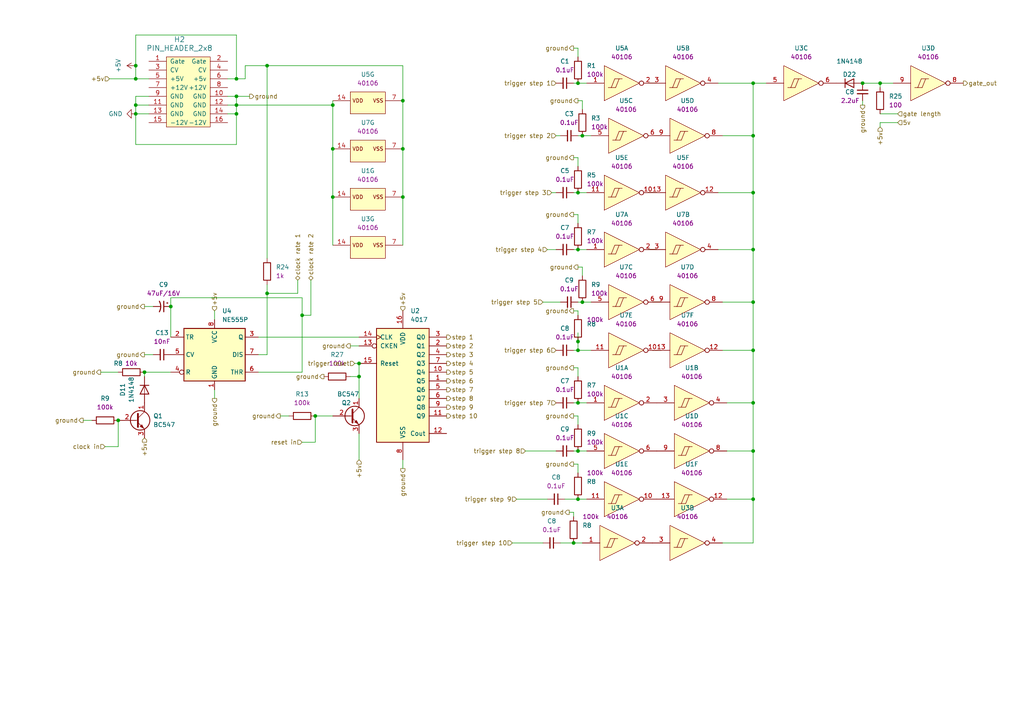
<source format=kicad_sch>
(kicad_sch (version 20230121) (generator eeschema)
  (paper "A4")
  (junction (at 116.84 57.15))
  (junction (at 255.27 24.13))
  (junction (at 39.37 30.48))
  (junction (at 167.64 99.06))
  (junction (at 68.58 30.48))
  (junction (at 250.19 24.13))
  (junction (at 167.64 144.78))
  (junction (at 116.84 29.21))
  (junction (at 168.91 39.37))
  (junction (at 41.91 107.95))
  (junction (at 167.64 72.39))
  (junction (at 96.52 43.18))
  (junction (at 168.91 87.63))
  (junction (at 167.64 24.13))
  (junction (at 167.64 101.6))
  (junction (at 34.29 121.92))
  (junction (at 96.52 30.48))
  (junction (at 91.44 120.65))
  (junction (at 167.64 130.81))
  (junction (at 218.44 72.39))
  (junction (at 218.44 55.88))
  (junction (at 68.58 33.02))
  (junction (at 87.63 91.44))
  (junction (at 167.64 116.84))
  (junction (at 49.53 88.9))
  (junction (at 68.58 22.86))
  (junction (at 104.14 105.41))
  (junction (at 218.44 144.78))
  (junction (at 77.47 19.05))
  (junction (at 167.64 55.88))
  (junction (at 104.14 109.22))
  (junction (at 39.37 33.02))
  (junction (at 218.44 24.13))
  (junction (at 96.52 57.15))
  (junction (at 166.37 157.48))
  (junction (at 39.37 22.86))
  (junction (at 218.44 101.6))
  (junction (at 39.37 19.05))
  (junction (at 68.58 27.94))
  (junction (at 218.44 130.81))
  (junction (at 218.44 116.84))
  (junction (at 77.47 85.09))
  (junction (at 218.44 87.63))
  (junction (at 116.84 43.18))
  (junction (at 218.44 39.37))
  (wire (pts (xy 170.18 24.13) (xy 167.64 24.13)))
  (wire (pts (xy 190.5 55.88) (xy 187.96 55.88)))
  (wire (pts (xy 191.77 39.37) (xy 189.23 39.37)))
  (wire (pts (xy 149.86 144.78) (xy 158.75 144.78)))
  (wire (pts (xy 167.64 106.68) (xy 167.64 109.22)))
  (wire (pts (xy 167.64 77.47) (xy 168.91 77.47)))
  (wire (pts (xy 41.91 102.87) (xy 44.45 102.87)))
  (wire (pts (xy 116.84 29.21) (xy 116.84 43.18)))
  (wire (pts (xy 41.91 109.22) (xy 41.91 107.95)))
  (wire (pts (xy 43.18 22.86) (xy 39.37 22.86)))
  (wire (pts (xy 77.47 82.55) (xy 77.47 85.09)))
  (wire (pts (xy 74.93 97.79) (xy 104.14 97.79)))
  (wire (pts (xy 104.14 125.73) (xy 104.14 133.35)))
  (wire (pts (xy 209.55 157.48) (xy 218.44 157.48)))
  (wire (pts (xy 49.53 86.36) (xy 49.53 88.9)))
  (wire (pts (xy 167.64 130.81) (xy 170.18 130.81)))
  (wire (pts (xy 96.52 57.15) (xy 96.52 71.12)))
  (wire (pts (xy 87.63 107.95) (xy 74.93 107.95)))
  (wire (pts (xy 104.14 115.57) (xy 104.14 109.22)))
  (wire (pts (xy 255.27 35.56) (xy 255.27 36.83)))
  (wire (pts (xy 116.84 133.35) (xy 116.84 135.89)))
  (wire (pts (xy 86.36 81.28) (xy 86.36 85.09)))
  (wire (pts (xy 218.44 130.81) (xy 218.44 144.78)))
  (wire (pts (xy 218.44 39.37) (xy 218.44 55.88)))
  (wire (pts (xy 168.91 77.47) (xy 168.91 80.01)))
  (wire (pts (xy 91.44 128.27) (xy 91.44 120.65)))
  (wire (pts (xy 209.55 87.63) (xy 218.44 87.63)))
  (wire (pts (xy 104.14 109.22) (xy 104.14 105.41)))
  (wire (pts (xy 255.27 24.13) (xy 259.08 24.13)))
  (wire (pts (xy 260.35 33.02) (xy 255.27 33.02)))
  (wire (pts (xy 166.37 55.88) (xy 167.64 55.88)))
  (wire (pts (xy 68.58 10.16) (xy 68.58 22.86)))
  (wire (pts (xy 166.37 101.6) (xy 167.64 101.6)))
  (wire (pts (xy 167.64 39.37) (xy 168.91 39.37)))
  (wire (pts (xy 171.45 87.63) (xy 168.91 87.63)))
  (wire (pts (xy 39.37 41.91) (xy 39.37 33.02)))
  (wire (pts (xy 39.37 30.48) (xy 39.37 27.94)))
  (wire (pts (xy 166.37 72.39) (xy 167.64 72.39)))
  (wire (pts (xy 209.55 39.37) (xy 218.44 39.37)))
  (wire (pts (xy 167.64 101.6) (xy 171.45 101.6)))
  (wire (pts (xy 166.37 45.72) (xy 167.64 45.72)))
  (wire (pts (xy 167.64 29.21) (xy 168.91 29.21)))
  (wire (pts (xy 255.27 25.4) (xy 255.27 24.13)))
  (wire (pts (xy 168.91 157.48) (xy 166.37 157.48)))
  (wire (pts (xy 218.44 144.78) (xy 218.44 157.48)))
  (wire (pts (xy 68.58 22.86) (xy 66.04 22.86)))
  (wire (pts (xy 90.17 91.44) (xy 87.63 91.44)))
  (wire (pts (xy 166.37 134.62) (xy 167.64 134.62)))
  (wire (pts (xy 116.84 43.18) (xy 116.84 57.15)))
  (wire (pts (xy 87.63 128.27) (xy 91.44 128.27)))
  (wire (pts (xy 166.37 106.68) (xy 167.64 106.68)))
  (wire (pts (xy 208.28 55.88) (xy 218.44 55.88)))
  (wire (pts (xy 170.18 116.84) (xy 167.64 116.84)))
  (wire (pts (xy 167.64 45.72) (xy 167.64 48.26)))
  (wire (pts (xy 49.53 86.36) (xy 87.63 86.36)))
  (wire (pts (xy 190.5 72.39) (xy 187.96 72.39)))
  (wire (pts (xy 162.56 157.48) (xy 166.37 157.48)))
  (wire (pts (xy 102.87 105.41) (xy 104.14 105.41)))
  (wire (pts (xy 209.55 101.6) (xy 218.44 101.6)))
  (wire (pts (xy 41.91 107.95) (xy 49.53 107.95)))
  (wire (pts (xy 210.82 116.84) (xy 218.44 116.84)))
  (wire (pts (xy 77.47 102.87) (xy 74.93 102.87)))
  (wire (pts (xy 218.44 87.63) (xy 218.44 101.6)))
  (wire (pts (xy 39.37 33.02) (xy 39.37 30.48)))
  (wire (pts (xy 34.29 129.54) (xy 34.29 121.92)))
  (wire (pts (xy 77.47 19.05) (xy 77.47 74.93)))
  (wire (pts (xy 62.23 113.03) (xy 62.23 115.57)))
  (wire (pts (xy 166.37 13.97) (xy 167.64 13.97)))
  (wire (pts (xy 190.5 24.13) (xy 187.96 24.13)))
  (wire (pts (xy 166.37 24.13) (xy 167.64 24.13)))
  (wire (pts (xy 191.77 101.6) (xy 189.23 101.6)))
  (wire (pts (xy 161.29 39.37) (xy 162.56 39.37)))
  (wire (pts (xy 71.12 19.05) (xy 71.12 22.86)))
  (wire (pts (xy 39.37 27.94) (xy 43.18 27.94)))
  (wire (pts (xy 68.58 33.02) (xy 68.58 41.91)))
  (wire (pts (xy 24.13 121.92) (xy 26.67 121.92)))
  (wire (pts (xy 49.53 97.79) (xy 49.53 88.9)))
  (wire (pts (xy 87.63 86.36) (xy 87.63 91.44)))
  (wire (pts (xy 86.36 85.09) (xy 77.47 85.09)))
  (wire (pts (xy 167.64 13.97) (xy 167.64 16.51)))
  (wire (pts (xy 218.44 72.39) (xy 218.44 87.63)))
  (wire (pts (xy 218.44 24.13) (xy 218.44 39.37)))
  (wire (pts (xy 161.29 55.88) (xy 160.02 55.88)))
  (wire (pts (xy 163.83 144.78) (xy 167.64 144.78)))
  (wire (pts (xy 157.48 87.63) (xy 162.56 87.63)))
  (wire (pts (xy 77.47 19.05) (xy 116.84 19.05)))
  (wire (pts (xy 166.37 130.81) (xy 167.64 130.81)))
  (wire (pts (xy 167.64 90.17) (xy 167.64 91.44)))
  (wire (pts (xy 208.28 72.39) (xy 218.44 72.39)))
  (wire (pts (xy 68.58 30.48) (xy 68.58 33.02)))
  (wire (pts (xy 66.04 33.02) (xy 68.58 33.02)))
  (wire (pts (xy 167.64 62.23) (xy 167.64 64.77)))
  (wire (pts (xy 168.91 29.21) (xy 168.91 31.75)))
  (wire (pts (xy 96.52 120.65) (xy 91.44 120.65)))
  (wire (pts (xy 116.84 57.15) (xy 116.84 71.12)))
  (wire (pts (xy 68.58 41.91) (xy 39.37 41.91)))
  (wire (pts (xy 167.64 87.63) (xy 168.91 87.63)))
  (wire (pts (xy 167.64 134.62) (xy 167.64 137.16)))
  (wire (pts (xy 170.18 55.88) (xy 167.64 55.88)))
  (wire (pts (xy 152.4 130.81) (xy 161.29 130.81)))
  (wire (pts (xy 210.82 130.81) (xy 218.44 130.81)))
  (wire (pts (xy 116.84 19.05) (xy 116.84 29.21)))
  (wire (pts (xy 165.1 148.59) (xy 166.37 148.59)))
  (wire (pts (xy 30.48 129.54) (xy 34.29 129.54)))
  (wire (pts (xy 68.58 27.94) (xy 72.39 27.94)))
  (wire (pts (xy 218.44 55.88) (xy 218.44 72.39)))
  (wire (pts (xy 77.47 85.09) (xy 77.47 102.87)))
  (wire (pts (xy 250.19 30.48) (xy 250.19 29.21)))
  (wire (pts (xy 191.77 87.63) (xy 189.23 87.63)))
  (wire (pts (xy 71.12 22.86) (xy 68.58 22.86)))
  (wire (pts (xy 218.44 101.6) (xy 218.44 116.84)))
  (wire (pts (xy 96.52 30.48) (xy 96.52 43.18)))
  (wire (pts (xy 260.35 35.56) (xy 255.27 35.56)))
  (wire (pts (xy 166.37 120.65) (xy 167.64 120.65)))
  (wire (pts (xy 210.82 144.78) (xy 218.44 144.78)))
  (wire (pts (xy 158.75 72.39) (xy 161.29 72.39)))
  (wire (pts (xy 31.75 22.86) (xy 39.37 22.86)))
  (wire (pts (xy 41.91 88.9) (xy 44.45 88.9)))
  (wire (pts (xy 166.37 62.23) (xy 167.64 62.23)))
  (wire (pts (xy 101.6 100.33) (xy 104.14 100.33)))
  (wire (pts (xy 170.18 144.78) (xy 167.64 144.78)))
  (wire (pts (xy 96.52 29.21) (xy 96.52 30.48)))
  (wire (pts (xy 87.63 91.44) (xy 87.63 107.95)))
  (wire (pts (xy 167.64 99.06) (xy 167.64 101.6)))
  (wire (pts (xy 218.44 116.84) (xy 218.44 130.81)))
  (wire (pts (xy 148.59 157.48) (xy 157.48 157.48)))
  (wire (pts (xy 255.27 24.13) (xy 250.19 24.13)))
  (wire (pts (xy 68.58 30.48) (xy 96.52 30.48)))
  (wire (pts (xy 208.28 24.13) (xy 218.44 24.13)))
  (wire (pts (xy 90.17 81.28) (xy 90.17 91.44)))
  (wire (pts (xy 170.18 72.39) (xy 167.64 72.39)))
  (wire (pts (xy 39.37 19.05) (xy 39.37 10.16)))
  (wire (pts (xy 62.23 90.17) (xy 62.23 92.71)))
  (wire (pts (xy 167.64 120.65) (xy 167.64 123.19)))
  (wire (pts (xy 68.58 27.94) (xy 68.58 30.48)))
  (wire (pts (xy 39.37 22.86) (xy 39.37 19.05)))
  (wire (pts (xy 71.12 19.05) (xy 77.47 19.05)))
  (wire (pts (xy 166.37 116.84) (xy 167.64 116.84)))
  (wire (pts (xy 39.37 33.02) (xy 43.18 33.02)))
  (wire (pts (xy 81.28 120.65) (xy 83.82 120.65)))
  (wire (pts (xy 66.04 27.94) (xy 68.58 27.94)))
  (wire (pts (xy 96.52 43.18) (xy 96.52 57.15)))
  (wire (pts (xy 39.37 30.48) (xy 43.18 30.48)))
  (wire (pts (xy 166.37 148.59) (xy 166.37 149.86)))
  (wire (pts (xy 222.25 24.13) (xy 218.44 24.13)))
  (wire (pts (xy 29.21 107.95) (xy 34.29 107.95)))
  (wire (pts (xy 101.6 109.22) (xy 104.14 109.22)))
  (wire (pts (xy 66.04 30.48) (xy 68.58 30.48)))
  (wire (pts (xy 166.37 90.17) (xy 167.64 90.17)))
  (wire (pts (xy 171.45 39.37) (xy 168.91 39.37)))
  (wire (pts (xy 167.64 96.52) (xy 167.64 99.06)))
  (wire (pts (xy 39.37 10.16) (xy 68.58 10.16)))
  (hierarchical_label "ground" (shape output) (at 24.13 121.92 180))
  (hierarchical_label "ground" (shape output) (at 166.37 13.97 180))
  (hierarchical_label "ground" (shape output) (at 101.6 100.33 180))
  (hierarchical_label "clock rate 1" (shape bidirectional) (at 86.36 81.28 90))
  (hierarchical_label "ground" (shape output) (at 166.37 90.17 180))
  (hierarchical_label "reset in" (shape input) (at 87.63 128.27 180))
  (hierarchical_label "+5v" (shape input) (at 255.27 36.83 270))
  (hierarchical_label "trigger step 9" (shape input) (at 149.86 144.78 180))
  (hierarchical_label "+5v" (shape input) (at 41.91 127 270))
  (hierarchical_label "ground" (shape output) (at 29.21 107.95 180))
  (hierarchical_label "5v" (shape input) (at 260.35 35.56 0))
  (hierarchical_label "ground" (shape output) (at 81.28 120.65 180))
  (hierarchical_label "ground" (shape output) (at 41.91 102.87 180))
  (hierarchical_label "trigger step 6" (shape input) (at 161.29 101.6 180))
  (hierarchical_label "trigger step 10" (shape input) (at 148.59 157.48 180))
  (hierarchical_label "+5v" (shape input) (at 104.14 133.35 270))
  (hierarchical_label "trigger step 3" (shape input) (at 160.02 55.88 180))
  (hierarchical_label "+5v" (shape input) (at 116.84 90.17 90))
  (hierarchical_label "trigger step 4" (shape input) (at 158.75 72.39 180))
  (hierarchical_label "trigger step 7" (shape input) (at 161.29 116.84 180))
  (hierarchical_label "step 4" (shape output) (at 129.54 105.41 0))
  (hierarchical_label "step 8" (shape output) (at 129.54 115.57 0))
  (hierarchical_label "step 2" (shape output) (at 129.54 100.33 0))
  (hierarchical_label "ground" (shape output) (at 250.19 30.48 270))
  (hierarchical_label "step 7" (shape output) (at 129.54 113.03 0))
  (hierarchical_label "+5v" (shape input) (at 31.75 22.86 180))
  (hierarchical_label "trigger step 8" (shape input) (at 152.4 130.81 180))
  (hierarchical_label "ground" (shape output) (at 166.37 62.23 180))
  (hierarchical_label "ground" (shape output) (at 116.84 135.89 270))
  (hierarchical_label "ground" (shape output) (at 165.1 148.59 180))
  (hierarchical_label "step 3" (shape output) (at 129.54 102.87 0))
  (hierarchical_label "gate_out" (shape output) (at 279.4 24.13 0))
  (hierarchical_label "trigger step 5" (shape input) (at 157.48 87.63 180))
  (hierarchical_label "clock in" (shape input) (at 30.48 129.54 180))
  (hierarchical_label "trigger step 1" (shape input) (at 161.29 24.13 180))
  (hierarchical_label "trigger step 2" (shape input) (at 161.29 39.37 180))
  (hierarchical_label "step 5" (shape output) (at 129.54 107.95 0))
  (hierarchical_label "trigger reset" (shape input) (at 102.87 105.41 180))
  (hierarchical_label "ground" (shape output) (at 166.37 120.65 180))
  (hierarchical_label "gate length" (shape input) (at 260.35 33.02 0))
  (hierarchical_label "ground" (shape output) (at 167.64 29.21 180))
  (hierarchical_label "ground" (shape output) (at 41.91 88.9 180))
  (hierarchical_label "ground" (shape output) (at 93.98 109.22 180))
  (hierarchical_label "ground" (shape output) (at 72.39 27.94 0))
  (hierarchical_label "step 1" (shape output) (at 129.54 97.79 0))
  (hierarchical_label "+5v" (shape input) (at 62.23 90.17 90))
  (hierarchical_label "clock rate 2" (shape bidirectional) (at 90.17 81.28 90))
  (hierarchical_label "ground" (shape output) (at 167.64 77.47 180))
  (hierarchical_label "ground" (shape output) (at 166.37 45.72 180))
  (hierarchical_label "ground" (shape output) (at 62.23 115.57 270))
  (hierarchical_label "step 9" (shape output) (at 129.54 118.11 0))
  (hierarchical_label "step 10" (shape output) (at 129.54 120.65 0))
  (hierarchical_label "ground" (shape output) (at 166.37 134.62 180))
  (hierarchical_label "ground" (shape output) (at 166.37 106.68 180))
  (hierarchical_label "step 6" (shape output) (at 129.54 110.49 0))
  (symbol (lib_id "PCM_4ms_IC:CD40106BPWR") (at 180.34 130.81 0) (unit 3)
    (property "Reference" "U1" (at 180.34 120.65 0))
    (property "Value" "CD40106BPWR" (effects hide))
    (property "Footprint" "Package_DIP:DIP-14_W7.62mm_LongPads" (effects hide))
    (property "Datasheet" "https://www.ti.com/lit/ds/symlink/cd40106b.pdf?HQS=dis-mous-null-mousermode-dsf-pf-null-wwe&ts=1624570529286&ref_url=https%253A%252F%252Fwww.mouser.com%252F" (effects hide))
    (property "Specifications" "CMOS, Hex Inverting Schmitt Trigger, TSSOP-14" (effects hide))
    (property "Manufacturer" "Texas Instruments" (effects hide))
    (property "Part Number" "CD40106BPWR" (effects hide))
    (property "Manufacturer 2" "Texas Instruments" (effects hide))
    (property "Part Number 2" "CD40106BPWR" (effects hide))
    (property "Display" "40106" (at 180.34 123.19 0))
    (property "JLCPCB ID" "C58834" (effects hide))
  )
  (symbol (lib_id "PCM_4ms_Capacitor:0.1uF_0603_16V") (at 163.83 24.13 270) (unit 1)
    (property "Reference" "C1" (at 163.83 17.78 90))
    (property "Value" "0.1uF_0603_16V" (effects hide))
    (property "Footprint" "Capacitor_THT:C_Disc_D3.8mm_W2.6mm_P2.50mm" (effects hide))
    (property "Specifications" "0.1uF, Min. 16V 10%, X7R or X5R or similar" (effects hide))
    (property "Manufacturer" "AVX Corporation" (effects hide))
    (property "Part Number" "0603YC104KAT2A" (effects hide))
    (property "Display" "0.1uF" (at 163.83 20.32 90))
    (property "JLCPCB ID" "C14663" (effects hide))
    (instances (project "deca-ring-counter" (path "" (reference "C1") (unit 1)) (path "" (reference "C2") (unit 1))))
  )
  (symbol (lib_id "PCM_4ms_Capacitor:0.1uF_0603_16V") (at 163.83 55.88 270) (unit 1)
    (property "Reference" "C5" (at 163.83 49.53 90))
    (property "Value" "0.1uF_0603_16V" (effects hide))
    (property "Footprint" "Capacitor_THT:C_Disc_D3.8mm_W2.6mm_P2.50mm" (effects hide))
    (property "Specifications" "0.1uF, Min. 16V 10%, X7R or X5R or similar" (effects hide))
    (property "Manufacturer" "AVX Corporation" (effects hide))
    (property "Part Number" "0603YC104KAT2A" (effects hide))
    (property "Display" "0.1uF" (at 163.83 52.07 90))
    (property "JLCPCB ID" "C14663" (effects hide))
    (instances (project "deca-ring-counter" (path "" (reference "C5") (unit 1)) (path "" (reference "C6") (unit 1))))
  )
  (symbol (lib_id "PCM_4ms_IC:CD40106BPWR") (at 180.34 55.88 0) (unit 5)
    (property "Reference" "U5" (at 180.34 45.72 0))
    (property "Value" "CD40106BPWR" (effects hide))
    (property "Footprint" "Package_DIP:DIP-14_W7.62mm_LongPads" (effects hide))
    (property "Datasheet" "https://www.ti.com/lit/ds/symlink/cd40106b.pdf?HQS=dis-mous-null-mousermode-dsf-pf-null-wwe&ts=1624570529286&ref_url=https%253A%252F%252Fwww.mouser.com%252F" (effects hide))
    (property "Specifications" "CMOS, Hex Inverting Schmitt Trigger, TSSOP-14" (effects hide))
    (property "Manufacturer" "Texas Instruments" (effects hide))
    (property "Part Number" "CD40106BPWR" (effects hide))
    (property "Manufacturer 2" "Texas Instruments" (effects hide))
    (property "Part Number 2" "CD40106BPWR" (effects hide))
    (property "Display" "40106" (at 180.34 48.26 0))
    (property "JLCPCB ID" "C58834" (effects hide))
    (instances (project "deca-ring-counter" (path "" (reference "U5") (unit 5)) (path "" (reference "U6") (unit 5))))
  )
  (symbol (lib_id "PCM_4ms_Capacitor:0.1uF_0603_16V") (at 165.1 39.37 270) (unit 1)
    (property "Reference" "C3" (at 165.1 33.02 90))
    (property "Value" "0.1uF_0603_16V" (effects hide))
    (property "Footprint" "Capacitor_THT:C_Disc_D3.8mm_W2.6mm_P2.50mm" (effects hide))
    (property "Specifications" "0.1uF, Min. 16V 10%, X7R or X5R or similar" (effects hide))
    (property "Manufacturer" "AVX Corporation" (effects hide))
    (property "Part Number" "0603YC104KAT2A" (effects hide))
    (property "Display" "0.1uF" (at 165.1 35.56 90))
    (property "JLCPCB ID" "C14663" (effects hide))
    (instances (project "deca-ring-counter" (path "" (reference "C3") (unit 1)) (path "" (reference "C4") (unit 1))))
  )
  (symbol (lib_id "PCM_4ms_IC:CD40106BPWR") (at 200.66 130.81 0) (unit 4)
    (property "Reference" "U1" (at 200.66 120.65 0))
    (property "Value" "CD40106BPWR" (effects hide))
    (property "Footprint" "Package_DIP:DIP-14_W7.62mm_LongPads" (effects hide))
    (property "Datasheet" "https://www.ti.com/lit/ds/symlink/cd40106b.pdf?HQS=dis-mous-null-mousermode-dsf-pf-null-wwe&ts=1624570529286&ref_url=https%253A%252F%252Fwww.mouser.com%252F" (effects hide))
    (property "Specifications" "CMOS, Hex Inverting Schmitt Trigger, TSSOP-14" (effects hide))
    (property "Manufacturer" "Texas Instruments" (effects hide))
    (property "Part Number" "CD40106BPWR" (effects hide))
    (property "Manufacturer 2" "Texas Instruments" (effects hide))
    (property "Part Number 2" "CD40106BPWR" (effects hide))
    (property "Display" "40106" (at 200.66 123.19 0))
    (property "JLCPCB ID" "C58834" (effects hide))
  )
  (symbol (lib_id "PCM_4ms_Resistor:10k_0603") (at 77.47 78.74 0) (unit 1)
    (property "Reference" "R24" (at 80.01 77.47 0) (effects (justify left)))
    (property "Value" "10k_0603" (effects hide))
    (property "Footprint" "Resistor_THT:R_Axial_DIN0207_L6.3mm_D2.5mm_P7.62mm_Horizontal" (effects hide))
    (property "Specifications" "10K, 1%, 1/10W, 0603" (effects hide))
    (property "Manufacturer" "Yageo" (effects hide))
    (property "Part Number" "RC0603FR-0710KL" (effects hide))
    (property "Display" "1k" (at 80.01 80.01 0) (effects (justify left)))
    (property "JLCPCB ID" "C25804" (effects hide))
  )
  (symbol (lib_id "PCM_4ms_IC:CD40106BPWR") (at 181.61 39.37 0) (unit 3)
    (property "Reference" "U5" (at 181.61 29.21 0))
    (property "Value" "CD40106BPWR" (effects hide))
    (property "Footprint" "Package_DIP:DIP-14_W7.62mm_LongPads" (effects hide))
    (property "Datasheet" "https://www.ti.com/lit/ds/symlink/cd40106b.pdf?HQS=dis-mous-null-mousermode-dsf-pf-null-wwe&ts=1624570529286&ref_url=https%253A%252F%252Fwww.mouser.com%252F" (effects hide))
    (property "Specifications" "CMOS, Hex Inverting Schmitt Trigger, TSSOP-14" (effects hide))
    (property "Manufacturer" "Texas Instruments" (effects hide))
    (property "Part Number" "CD40106BPWR" (effects hide))
    (property "Manufacturer 2" "Texas Instruments" (effects hide))
    (property "Part Number 2" "CD40106BPWR" (effects hide))
    (property "Display" "40106" (at 181.61 31.75 0))
    (property "JLCPCB ID" "C58834" (effects hide))
    (instances (project "deca-ring-counter" (path "" (reference "U5") (unit 3)) (path "" (reference "U6") (unit 3))))
  )
  (symbol (lib_id "PCM_4ms_Capacitor:0.1uF_0603_16V") (at 160.02 157.48 270) (unit 1)
    (property "Reference" "C8" (at 160.02 151.13 90))
    (property "Value" "0.1uF_0603_16V" (effects hide))
    (property "Footprint" "Capacitor_THT:C_Disc_D3.8mm_W2.6mm_P2.50mm" (effects hide))
    (property "Specifications" "0.1uF, Min. 16V 10%, X7R or X5R or similar" (effects hide))
    (property "Manufacturer" "AVX Corporation" (effects hide))
    (property "Part Number" "0603YC104KAT2A" (effects hide))
    (property "Display" "0.1uF" (at 160.02 153.67 90))
    (property "JLCPCB ID" "C14663" (effects hide))
    (instances (project "deca-ring-counter" (path "" (reference "C8") (unit 1)) (path "" (reference "C7") (unit 1))))
  )
  (symbol (lib_id "PCM_4ms_IC:CD40106BPWR") (at 179.07 157.48 0) (unit 1)
    (property "Reference" "U3" (at 179.07 147.32 0))
    (property "Value" "CD40106BPWR" (effects hide))
    (property "Footprint" "Package_DIP:DIP-14_W7.62mm_LongPads" (effects hide))
    (property "Datasheet" "https://www.ti.com/lit/ds/symlink/cd40106b.pdf?HQS=dis-mous-null-mousermode-dsf-pf-null-wwe&ts=1624570529286&ref_url=https%253A%252F%252Fwww.mouser.com%252F" (effects hide))
    (property "Specifications" "CMOS, Hex Inverting Schmitt Trigger, TSSOP-14" (effects hide))
    (property "Manufacturer" "Texas Instruments" (effects hide))
    (property "Part Number" "CD40106BPWR" (effects hide))
    (property "Manufacturer 2" "Texas Instruments" (effects hide))
    (property "Part Number 2" "CD40106BPWR" (effects hide))
    (property "Display" "40106" (at 179.07 149.86 0))
    (property "JLCPCB ID" "C58834" (effects hide))
  )
  (symbol (lib_id "PCM_4ms_Capacitor:0.1uF_0603_16V") (at 161.29 144.78 270) (unit 1)
    (property "Reference" "C8" (at 161.29 138.43 90))
    (property "Value" "0.1uF_0603_16V" (effects hide))
    (property "Footprint" "Capacitor_THT:C_Disc_D3.8mm_W2.6mm_P2.50mm" (effects hide))
    (property "Specifications" "0.1uF, Min. 16V 10%, X7R or X5R or similar" (effects hide))
    (property "Manufacturer" "AVX Corporation" (effects hide))
    (property "Part Number" "0603YC104KAT2A" (effects hide))
    (property "Display" "0.1uF" (at 161.29 140.97 90))
    (property "JLCPCB ID" "C14663" (effects hide))
    (instances (project "deca-ring-counter" (path "" (reference "C8") (unit 1)) (path "" (reference "C3") (unit 1))))
  )
  (symbol (lib_id "PCM_4ms_IC:CD40106BPWR") (at 200.66 144.78 0) (unit 6)
    (property "Reference" "U1" (at 200.66 134.62 0))
    (property "Value" "CD40106BPWR" (effects hide))
    (property "Footprint" "Package_DIP:DIP-14_W7.62mm_LongPads" (effects hide))
    (property "Datasheet" "https://www.ti.com/lit/ds/symlink/cd40106b.pdf?HQS=dis-mous-null-mousermode-dsf-pf-null-wwe&ts=1624570529286&ref_url=https%253A%252F%252Fwww.mouser.com%252F" (effects hide))
    (property "Specifications" "CMOS, Hex Inverting Schmitt Trigger, TSSOP-14" (effects hide))
    (property "Manufacturer" "Texas Instruments" (effects hide))
    (property "Part Number" "CD40106BPWR" (effects hide))
    (property "Manufacturer 2" "Texas Instruments" (effects hide))
    (property "Part Number 2" "CD40106BPWR" (effects hide))
    (property "Display" "40106" (at 200.66 137.16 0))
    (property "JLCPCB ID" "C58834" (effects hide))
  )
  (symbol (lib_id "PCM_4ms_Capacitor:0.1uF_0603_16V") (at 163.83 130.81 270) (unit 1)
    (property "Reference" "C9" (at 163.83 124.46 90))
    (property "Value" "0.1uF_0603_16V" (effects hide))
    (property "Footprint" "Capacitor_THT:C_Disc_D3.8mm_W2.6mm_P2.50mm" (effects hide))
    (property "Specifications" "0.1uF, Min. 16V 10%, X7R or X5R or similar" (effects hide))
    (property "Manufacturer" "AVX Corporation" (effects hide))
    (property "Part Number" "0603YC104KAT2A" (effects hide))
    (property "Display" "0.1uF" (at 163.83 127 90))
    (property "JLCPCB ID" "C14663" (effects hide))
    (instances (project "deca-ring-counter" (path "" (reference "C9") (unit 1)) (path "" (reference "C5") (unit 1))))
  )
  (symbol (lib_id "PCM_4ms_IC:CD40106BPWR") (at 180.34 72.39 0) (unit 1)
    (property "Reference" "U7" (at 180.34 62.23 0))
    (property "Value" "CD40106BPWR" (effects hide))
    (property "Footprint" "Package_DIP:DIP-14_W7.62mm_LongPads" (effects hide))
    (property "Datasheet" "https://www.ti.com/lit/ds/symlink/cd40106b.pdf?HQS=dis-mous-null-mousermode-dsf-pf-null-wwe&ts=1624570529286&ref_url=https%253A%252F%252Fwww.mouser.com%252F" (effects hide))
    (property "Specifications" "CMOS, Hex Inverting Schmitt Trigger, TSSOP-14" (effects hide))
    (property "Manufacturer" "Texas Instruments" (effects hide))
    (property "Part Number" "CD40106BPWR" (effects hide))
    (property "Manufacturer 2" "Texas Instruments" (effects hide))
    (property "Part Number 2" "CD40106BPWR" (effects hide))
    (property "Display" "40106" (at 180.34 64.77 0))
    (property "JLCPCB ID" "C58834" (effects hide))
    (instances (project "deca-ring-counter" (path "" (reference "U7") (unit 1)) (path "" (reference "U8") (unit 1))))
  )
  (symbol (lib_id "PCM_4ms_Resistor:100k_0603") (at 168.91 83.82 180) (unit 1)
    (property "Reference" "R9" (at 171.45 82.55 0) (effects (justify right)))
    (property "Value" "100k_0603" (effects hide))
    (property "Footprint" "Resistor_THT:R_Axial_DIN0207_L6.3mm_D2.5mm_P7.62mm_Horizontal" (effects hide))
    (property "Specifications" "100K, 1%, 1/10W, 0603" (effects hide))
    (property "Manufacturer" "Yageo" (effects hide))
    (property "Part Number" "RC0603FR-07100KL" (effects hide))
    (property "Display" "100k" (at 171.45 85.09 0) (effects (justify right)))
    (property "JLCPCB ID" "C25803" (effects hide))
    (instances (project "deca-ring-counter" (path "" (reference "R9") (unit 1)) (path "" (reference "R12") (unit 1))))
  )
  (symbol (lib_id "eurocad:PIN_HEADER_2x8") (at 52.07 26.67 0) (unit 1)
    (property "Reference" "H2" (at 52.07 11.43 0) (effects (font (size 1.524 1.524))))
    (property "Value" "PIN_HEADER_2x8" (at 52.07 13.97 0) (effects (font (size 1.524 1.524))))
    (property "Footprint" "PCM_4ms_Connector:Pins_2x08_2.54mm_TH_EuroPower_Shrouded" (effects hide))
    (instances (project "deca-ring-counter" (path "" (reference "H2") (unit 1)) (path "" (reference "H1") (unit 1))))
  )
  (symbol (lib_id "Timer:NE555P") (at 62.23 102.87 0) (unit 1)
    (property "Reference" "U4" (at 64.4241 90.17 0) (effects (justify left)))
    (property "Value" "NE555P" (at 64.4241 92.71 0) (effects (justify left)))
    (property "Footprint" "Package_DIP:DIP-8_W7.62mm" (effects hide))
    (property "Datasheet" "http://www.ti.com/lit/ds/symlink/ne555.pdf" (effects hide))
    (instances (project "deca-ring-counter" (path "" (reference "U4") (unit 1)) (path "" (reference "U3") (unit 1))))
  )
  (symbol (lib_id "PCM_4ms_IC:CD40106BPWR") (at 200.66 116.84 0) (unit 2)
    (property "Reference" "U1" (at 200.66 106.68 0))
    (property "Value" "CD40106BPWR" (effects hide))
    (property "Footprint" "Package_DIP:DIP-14_W7.62mm_LongPads" (effects hide))
    (property "Datasheet" "https://www.ti.com/lit/ds/symlink/cd40106b.pdf?HQS=dis-mous-null-mousermode-dsf-pf-null-wwe&ts=1624570529286&ref_url=https%253A%252F%252Fwww.mouser.com%252F" (effects hide))
    (property "Specifications" "CMOS, Hex Inverting Schmitt Trigger, TSSOP-14" (effects hide))
    (property "Manufacturer" "Texas Instruments" (effects hide))
    (property "Part Number" "CD40106BPWR" (effects hide))
    (property "Manufacturer 2" "Texas Instruments" (effects hide))
    (property "Part Number 2" "CD40106BPWR" (effects hide))
    (property "Display" "40106" (at 200.66 109.22 0))
    (property "JLCPCB ID" "C58834" (effects hide))
  )
  (symbol (lib_id "PCM_4ms_IC:CD40106BPWR") (at 199.39 39.37 0) (unit 4)
    (property "Reference" "U5" (at 199.39 29.21 0))
    (property "Value" "CD40106BPWR" (effects hide))
    (property "Footprint" "Package_DIP:DIP-14_W7.62mm_LongPads" (effects hide))
    (property "Datasheet" "https://www.ti.com/lit/ds/symlink/cd40106b.pdf?HQS=dis-mous-null-mousermode-dsf-pf-null-wwe&ts=1624570529286&ref_url=https%253A%252F%252Fwww.mouser.com%252F" (effects hide))
    (property "Specifications" "CMOS, Hex Inverting Schmitt Trigger, TSSOP-14" (effects hide))
    (property "Manufacturer" "Texas Instruments" (effects hide))
    (property "Part Number" "CD40106BPWR" (effects hide))
    (property "Manufacturer 2" "Texas Instruments" (effects hide))
    (property "Part Number 2" "CD40106BPWR" (effects hide))
    (property "Display" "40106" (at 199.39 31.75 0))
    (property "JLCPCB ID" "C58834" (effects hide))
    (instances (project "deca-ring-counter" (path "" (reference "U5") (unit 4)) (path "" (reference "U6") (unit 4))))
  )
  (symbol (lib_id "PCM_4ms_IC:CD40106BPWR") (at 199.39 87.63 0) (unit 4)
    (property "Reference" "U7" (at 199.39 77.47 0))
    (property "Value" "CD40106BPWR" (effects hide))
    (property "Footprint" "Package_DIP:DIP-14_W7.62mm_LongPads" (effects hide))
    (property "Datasheet" "https://www.ti.com/lit/ds/symlink/cd40106b.pdf?HQS=dis-mous-null-mousermode-dsf-pf-null-wwe&ts=1624570529286&ref_url=https%253A%252F%252Fwww.mouser.com%252F" (effects hide))
    (property "Specifications" "CMOS, Hex Inverting Schmitt Trigger, TSSOP-14" (effects hide))
    (property "Manufacturer" "Texas Instruments" (effects hide))
    (property "Part Number" "CD40106BPWR" (effects hide))
    (property "Manufacturer 2" "Texas Instruments" (effects hide))
    (property "Part Number 2" "CD40106BPWR" (effects hide))
    (property "Display" "40106" (at 199.39 80.01 0))
    (property "JLCPCB ID" "C58834" (effects hide))
    (instances (project "deca-ring-counter" (path "" (reference "U7") (unit 4)) (path "" (reference "U8") (unit 4))))
  )
  (symbol (lib_id "PCM_4ms_Resistor:100k_0603") (at 167.64 140.97 180) (unit 1)
    (property "Reference" "R8" (at 170.18 139.7 0) (effects (justify right)))
    (property "Value" "100k_0603" (effects hide))
    (property "Footprint" "Resistor_THT:R_Axial_DIN0207_L6.3mm_D2.5mm_P7.62mm_Horizontal" (effects hide))
    (property "Specifications" "100K, 1%, 1/10W, 0603" (effects hide))
    (property "Manufacturer" "Yageo" (effects hide))
    (property "Part Number" "RC0603FR-07100KL" (effects hide))
    (property "Display" "100k" (at 170.18 137.16 0) (effects (justify right)))
    (property "JLCPCB ID" "C25803" (effects hide))
    (instances (project "deca-ring-counter" (path "" (reference "R8") (unit 1)) (path "" (reference "R3") (unit 1))))
  )
  (symbol (lib_id "PCM_4ms_Resistor:100k_0603") (at 167.64 52.07 180) (unit 1)
    (property "Reference" "R5" (at 170.18 50.8 0) (effects (justify right)))
    (property "Value" "100k_0603" (effects hide))
    (property "Footprint" "Resistor_THT:R_Axial_DIN0207_L6.3mm_D2.5mm_P7.62mm_Horizontal" (effects hide))
    (property "Specifications" "100K, 1%, 1/10W, 0603" (effects hide))
    (property "Manufacturer" "Yageo" (effects hide))
    (property "Part Number" "RC0603FR-07100KL" (effects hide))
    (property "Display" "100k" (at 170.18 53.34 0) (effects (justify right)))
    (property "JLCPCB ID" "C25803" (effects hide))
    (instances (project "deca-ring-counter" (path "" (reference "R5") (unit 1)) (path "" (reference "R6") (unit 1))))
  )
  (symbol (lib_id "PCM_4ms_Resistor:100k_0603") (at 167.64 127 180) (unit 1)
    (property "Reference" "R9" (at 170.18 125.73 0) (effects (justify right)))
    (property "Value" "100k_0603" (effects hide))
    (property "Footprint" "Resistor_THT:R_Axial_DIN0207_L6.3mm_D2.5mm_P7.62mm_Horizontal" (effects hide))
    (property "Specifications" "100K, 1%, 1/10W, 0603" (effects hide))
    (property "Manufacturer" "Yageo" (effects hide))
    (property "Part Number" "RC0603FR-07100KL" (effects hide))
    (property "Display" "100k" (at 170.18 128.27 0) (effects (justify right)))
    (property "JLCPCB ID" "C25803" (effects hide))
    (instances (project "deca-ring-counter" (path "" (reference "R9") (unit 1)) (path "" (reference "R5") (unit 1))))
  )
  (symbol (lib_id "PCM_4ms_IC:CD40106BPWR") (at 106.68 71.12 0) (unit 7)
    (property "Reference" "U3" (at 106.68 63.5 0))
    (property "Value" "CD40106BPWR" (effects hide))
    (property "Footprint" "Package_DIP:DIP-14_W7.62mm_LongPads" (effects hide))
    (property "Datasheet" "https://www.ti.com/lit/ds/symlink/cd40106b.pdf?HQS=dis-mous-null-mousermode-dsf-pf-null-wwe&ts=1624570529286&ref_url=https%253A%252F%252Fwww.mouser.com%252F" (effects hide))
    (property "Specifications" "CMOS, Hex Inverting Schmitt Trigger, TSSOP-14" (effects hide))
    (property "Manufacturer" "Texas Instruments" (effects hide))
    (property "Part Number" "CD40106BPWR" (effects hide))
    (property "Manufacturer 2" "Texas Instruments" (effects hide))
    (property "Part Number 2" "CD40106BPWR" (effects hide))
    (property "Display" "40106" (at 106.68 66.04 0))
    (property "JLCPCB ID" "C58834" (effects hide))
  )
  (symbol (lib_id "PCM_4ms_IC:CD40106BPWR") (at 180.34 116.84 0) (unit 1)
    (property "Reference" "U1" (at 180.34 106.68 0))
    (property "Value" "CD40106BPWR" (effects hide))
    (property "Footprint" "Package_DIP:DIP-14_W7.62mm_LongPads" (effects hide))
    (property "Datasheet" "https://www.ti.com/lit/ds/symlink/cd40106b.pdf?HQS=dis-mous-null-mousermode-dsf-pf-null-wwe&ts=1624570529286&ref_url=https%253A%252F%252Fwww.mouser.com%252F" (effects hide))
    (property "Specifications" "CMOS, Hex Inverting Schmitt Trigger, TSSOP-14" (effects hide))
    (property "Manufacturer" "Texas Instruments" (effects hide))
    (property "Part Number" "CD40106BPWR" (effects hide))
    (property "Manufacturer 2" "Texas Instruments" (effects hide))
    (property "Part Number 2" "CD40106BPWR" (effects hide))
    (property "Display" "40106" (at 180.34 109.22 0))
    (property "JLCPCB ID" "C58834" (effects hide))
  )
  (symbol (lib_id "4xxx:4017") (at 116.84 110.49 0) (unit 1)
    (property "Reference" "U2" (at 119.0341 90.17 0) (effects (justify left)))
    (property "Value" "4017" (at 119.0341 92.71 0) (effects (justify left)))
    (property "Footprint" "Package_DIP:DIP-16_W7.62mm_LongPads" (effects hide))
    (property "Datasheet" "http://www.intersil.com/content/dam/Intersil/documents/cd40/cd4017bms-22bms.pdf" (effects hide))
    (instances (project "deca-ring-counter" (path "" (reference "U2") (unit 1)) (path "" (reference "U1") (unit 1))))
  )
  (symbol (lib_id "PCM_4ms_Capacitor:0.1uF_0603_16V") (at 163.83 72.39 270) (unit 1)
    (property "Reference" "C7" (at 163.83 66.04 90))
    (property "Value" "0.1uF_0603_16V" (effects hide))
    (property "Footprint" "Capacitor_THT:C_Disc_D3.8mm_W2.6mm_P2.50mm" (effects hide))
    (property "Specifications" "0.1uF, Min. 16V 10%, X7R or X5R or similar" (effects hide))
    (property "Manufacturer" "AVX Corporation" (effects hide))
    (property "Part Number" "0603YC104KAT2A" (effects hide))
    (property "Display" "0.1uF" (at 163.83 68.58 90))
    (property "JLCPCB ID" "C14663" (effects hide))
    (instances (project "deca-ring-counter" (path "" (reference "C7") (unit 1)) (path "" (reference "C10") (unit 1))))
  )
  (symbol (lib_id "PCM_4ms_IC:CD40106BPWR") (at 181.61 101.6 0) (unit 5)
    (property "Reference" "U7" (at 181.61 91.44 0))
    (property "Value" "CD40106BPWR" (effects hide))
    (property "Footprint" "Package_DIP:DIP-14_W7.62mm_LongPads" (effects hide))
    (property "Datasheet" "https://www.ti.com/lit/ds/symlink/cd40106b.pdf?HQS=dis-mous-null-mousermode-dsf-pf-null-wwe&ts=1624570529286&ref_url=https%253A%252F%252Fwww.mouser.com%252F" (effects hide))
    (property "Specifications" "CMOS, Hex Inverting Schmitt Trigger, TSSOP-14" (effects hide))
    (property "Manufacturer" "Texas Instruments" (effects hide))
    (property "Part Number" "CD40106BPWR" (effects hide))
    (property "Manufacturer 2" "Texas Instruments" (effects hide))
    (property "Part Number 2" "CD40106BPWR" (effects hide))
    (property "Display" "40106" (at 181.61 93.98 0))
    (property "JLCPCB ID" "C58834" (effects hide))
    (instances (project "deca-ring-counter" (path "" (reference "U7") (unit 5)) (path "" (reference "U8") (unit 5))))
  )
  (symbol (lib_id "Diode:1N4148") (at 41.91 113.03 90) (mirror x) (unit 1)
    (property "Reference" "D11" (at 35.56 113.03 0))
    (property "Value" "1N4148" (at 38.1 113.03 0))
    (property "Footprint" "Diode_THT:D_DO-35_SOD27_P7.62mm_Horizontal" (effects hide))
    (property "Datasheet" "https://assets.nexperia.com/documents/data-sheet/1N4148_1N4448.pdf" (effects hide))
    (property "Sim.Device" "D" (effects hide))
    (property "Sim.Pins" "1=K 2=A" (effects hide))
  )
  (symbol (lib_id "PCM_4ms_IC:CD40106BPWR") (at 199.39 101.6 0) (unit 6)
    (property "Reference" "U7" (at 199.39 91.44 0))
    (property "Value" "CD40106BPWR" (effects hide))
    (property "Footprint" "Package_DIP:DIP-14_W7.62mm_LongPads" (effects hide))
    (property "Datasheet" "https://www.ti.com/lit/ds/symlink/cd40106b.pdf?HQS=dis-mous-null-mousermode-dsf-pf-null-wwe&ts=1624570529286&ref_url=https%253A%252F%252Fwww.mouser.com%252F" (effects hide))
    (property "Specifications" "CMOS, Hex Inverting Schmitt Trigger, TSSOP-14" (effects hide))
    (property "Manufacturer" "Texas Instruments" (effects hide))
    (property "Part Number" "CD40106BPWR" (effects hide))
    (property "Manufacturer 2" "Texas Instruments" (effects hide))
    (property "Part Number 2" "CD40106BPWR" (effects hide))
    (property "Display" "40106" (at 199.39 93.98 0))
    (property "JLCPCB ID" "C58834" (effects hide))
    (instances (project "deca-ring-counter" (path "" (reference "U7") (unit 6)) (path "" (reference "U8") (unit 6))))
  )
  (symbol (lib_id "PCM_4ms_IC:CD40106BPWR") (at 198.12 24.13 0) (unit 2)
    (property "Reference" "U5" (at 198.12 13.97 0))
    (property "Value" "CD40106BPWR" (effects hide))
    (property "Footprint" "Package_DIP:DIP-14_W7.62mm_LongPads" (effects hide))
    (property "Datasheet" "https://www.ti.com/lit/ds/symlink/cd40106b.pdf?HQS=dis-mous-null-mousermode-dsf-pf-null-wwe&ts=1624570529286&ref_url=https%253A%252F%252Fwww.mouser.com%252F" (effects hide))
    (property "Specifications" "CMOS, Hex Inverting Schmitt Trigger, TSSOP-14" (effects hide))
    (property "Manufacturer" "Texas Instruments" (effects hide))
    (property "Part Number" "CD40106BPWR" (effects hide))
    (property "Manufacturer 2" "Texas Instruments" (effects hide))
    (property "Part Number 2" "CD40106BPWR" (effects hide))
    (property "Display" "40106" (at 198.12 16.51 0))
    (property "JLCPCB ID" "C58834" (effects hide))
    (instances (project "deca-ring-counter" (path "" (reference "U5") (unit 2)) (path "" (reference "U6") (unit 2))))
  )
  (symbol (lib_id "power:+5V") (at 39.37 19.05 90) (mirror x) (unit 1)
    (property "Reference" "#PWR01" (effects hide))
    (property "Value" "+5V" (at 34.29 19.05 0))
  )
  (symbol (lib_id "PCM_4ms_Resistor:100k_0603") (at 30.48 121.92 270) (unit 1)
    (property "Reference" "R9" (at 30.48 115.57 90))
    (property "Value" "100k_0603" (effects hide))
    (property "Footprint" "Resistor_THT:R_Axial_DIN0207_L6.3mm_D2.5mm_P7.62mm_Horizontal" (effects hide))
    (property "Specifications" "100K, 1%, 1/10W, 0603" (effects hide))
    (property "Manufacturer" "Yageo" (effects hide))
    (property "Part Number" "RC0603FR-07100KL" (effects hide))
    (property "Display" "100k" (at 30.48 118.11 90))
    (property "JLCPCB ID" "C25803" (effects hide))
  )
  (symbol (lib_id "PCM_4ms_IC:CD40106BPWR") (at 106.68 57.15 0) (unit 7)
    (property "Reference" "U1" (at 106.68 49.53 0))
    (property "Value" "CD40106BPWR" (effects hide))
    (property "Footprint" "Package_DIP:DIP-14_W7.62mm_LongPads" (effects hide))
    (property "Datasheet" "https://www.ti.com/lit/ds/symlink/cd40106b.pdf?HQS=dis-mous-null-mousermode-dsf-pf-null-wwe&ts=1624570529286&ref_url=https%253A%252F%252Fwww.mouser.com%252F" (effects hide))
    (property "Specifications" "CMOS, Hex Inverting Schmitt Trigger, TSSOP-14" (effects hide))
    (property "Manufacturer" "Texas Instruments" (effects hide))
    (property "Part Number" "CD40106BPWR" (effects hide))
    (property "Manufacturer 2" "Texas Instruments" (effects hide))
    (property "Part Number 2" "CD40106BPWR" (effects hide))
    (property "Display" "40106" (at 106.68 52.07 0))
    (property "JLCPCB ID" "C58834" (effects hide))
  )
  (symbol (lib_id "PCM_4ms_Capacitor:0.1uF_0603_16V") (at 163.83 101.6 270) (unit 1)
    (property "Reference" "C8" (at 163.83 95.25 90))
    (property "Value" "0.1uF_0603_16V" (effects hide))
    (property "Footprint" "Capacitor_THT:C_Disc_D3.8mm_W2.6mm_P2.50mm" (effects hide))
    (property "Specifications" "0.1uF, Min. 16V 10%, X7R or X5R or similar" (effects hide))
    (property "Manufacturer" "AVX Corporation" (effects hide))
    (property "Part Number" "0603YC104KAT2A" (effects hide))
    (property "Display" "0.1uF" (at 163.83 97.79 90))
    (property "JLCPCB ID" "C14663" (effects hide))
    (instances (project "deca-ring-counter" (path "" (reference "C8") (unit 1)) (path "" (reference "C11") (unit 1))))
  )
  (symbol (lib_id "PCM_4ms_IC:CD40106BPWR") (at 269.24 24.13 0) (unit 4)
    (property "Reference" "U3" (at 269.24 13.97 0))
    (property "Value" "CD40106BPWR" (effects hide))
    (property "Footprint" "Package_DIP:DIP-14_W7.62mm_LongPads" (effects hide))
    (property "Datasheet" "https://www.ti.com/lit/ds/symlink/cd40106b.pdf?HQS=dis-mous-null-mousermode-dsf-pf-null-wwe&ts=1624570529286&ref_url=https%253A%252F%252Fwww.mouser.com%252F" (effects hide))
    (property "Specifications" "CMOS, Hex Inverting Schmitt Trigger, TSSOP-14" (effects hide))
    (property "Manufacturer" "Texas Instruments" (effects hide))
    (property "Part Number" "CD40106BPWR" (effects hide))
    (property "Manufacturer 2" "Texas Instruments" (effects hide))
    (property "Part Number 2" "CD40106BPWR" (effects hide))
    (property "Display" "40106" (at 269.24 16.51 0))
    (property "JLCPCB ID" "C58834" (effects hide))
  )
  (symbol (lib_id "PCM_4ms_Resistor:100k_0603") (at 167.64 68.58 180) (unit 1)
    (property "Reference" "R7" (at 170.18 67.31 0) (effects (justify right)))
    (property "Value" "100k_0603" (effects hide))
    (property "Footprint" "Resistor_THT:R_Axial_DIN0207_L6.3mm_D2.5mm_P7.62mm_Horizontal" (effects hide))
    (property "Specifications" "100K, 1%, 1/10W, 0603" (effects hide))
    (property "Manufacturer" "Yageo" (effects hide))
    (property "Part Number" "RC0603FR-07100KL" (effects hide))
    (property "Display" "100k" (at 170.18 69.85 0) (effects (justify right)))
    (property "JLCPCB ID" "C25803" (effects hide))
    (instances (project "deca-ring-counter" (path "" (reference "R7") (unit 1)) (path "" (reference "R10") (unit 1))))
  )
  (symbol (lib_id "PCM_4ms_Resistor:100k_0603") (at 167.64 113.03 180) (unit 1)
    (property "Reference" "R7" (at 170.18 111.76 0) (effects (justify right)))
    (property "Value" "100k_0603" (effects hide))
    (property "Footprint" "Resistor_THT:R_Axial_DIN0207_L6.3mm_D2.5mm_P7.62mm_Horizontal" (effects hide))
    (property "Specifications" "100K, 1%, 1/10W, 0603" (effects hide))
    (property "Manufacturer" "Yageo" (effects hide))
    (property "Part Number" "RC0603FR-07100KL" (effects hide))
    (property "Display" "100k" (at 170.18 114.3 0) (effects (justify right)))
    (property "JLCPCB ID" "C25803" (effects hide))
    (instances (project "deca-ring-counter" (path "" (reference "R7") (unit 1)) (path "" (reference "R1") (unit 1))))
  )
  (symbol (lib_id "PCM_4ms_IC:CD40106BPWR") (at 106.68 29.21 0) (unit 7)
    (property "Reference" "U5" (at 106.68 21.59 0))
    (property "Value" "CD40106BPWR" (effects hide))
    (property "Footprint" "Package_DIP:DIP-14_W7.62mm_LongPads" (effects hide))
    (property "Datasheet" "https://www.ti.com/lit/ds/symlink/cd40106b.pdf?HQS=dis-mous-null-mousermode-dsf-pf-null-wwe&ts=1624570529286&ref_url=https%253A%252F%252Fwww.mouser.com%252F" (effects hide))
    (property "Specifications" "CMOS, Hex Inverting Schmitt Trigger, TSSOP-14" (effects hide))
    (property "Manufacturer" "Texas Instruments" (effects hide))
    (property "Part Number" "CD40106BPWR" (effects hide))
    (property "Manufacturer 2" "Texas Instruments" (effects hide))
    (property "Part Number 2" "CD40106BPWR" (effects hide))
    (property "Display" "40106" (at 106.68 24.13 0))
    (property "JLCPCB ID" "C58834" (effects hide))
    (instances (project "deca-ring-counter" (path "" (reference "U5") (unit 7)) (path "" (reference "U6") (unit 7))))
  )
  (symbol (lib_id "PCM_4ms_Capacitor:2.2uF_0603_25V") (at 250.19 26.67 0) (unit 1)
    (property "Reference" "C8" (at 245.11 26.67 0) (effects (justify left)))
    (property "Value" "2.2uF_0603_25V" (effects hide))
    (property "Footprint" "Capacitor_THT:C_Disc_D3.8mm_W2.6mm_P2.50mm" (effects hide))
    (property "Specifications" "2.2uF, Min 25V 10% X5R" (effects hide))
    (property "Manufacturer" "Murata" (effects hide))
    (property "Part Number" "GRM188R6YA225KA12D" (effects hide))
    (property "Display" "2.2uF" (at 243.84 29.21 0) (effects (justify left)))
    (property "JLCPCB ID" "C57895" (effects hide))
  )
  (symbol (lib_id "PCM_4ms_Resistor:100k_0603") (at 167.64 95.25 180) (unit 1)
    (property "Reference" "R8" (at 170.18 93.98 0) (effects (justify right)))
    (property "Value" "100k_0603" (effects hide))
    (property "Footprint" "Resistor_THT:R_Axial_DIN0207_L6.3mm_D2.5mm_P7.62mm_Horizontal" (effects hide))
    (property "Specifications" "100K, 1%, 1/10W, 0603" (effects hide))
    (property "Manufacturer" "Yageo" (effects hide))
    (property "Part Number" "RC0603FR-07100KL" (effects hide))
    (property "Display" "100k" (at 170.18 92.71 0) (effects (justify right)))
    (property "JLCPCB ID" "C25803" (effects hide))
    (instances (project "deca-ring-counter" (path "" (reference "R8") (unit 1)) (path "" (reference "R11") (unit 1))))
  )
  (symbol (lib_id "PCM_4ms_Capacitor:47uF_5x5.3_16V") (at 46.99 88.9 270) (unit 1)
    (property "Reference" "C9" (at 47.4218 82.55 90))
    (property "Value" "47uF_5x5.3_16V" (effects hide))
    (property "Footprint" "Capacitor_THT:CP_Radial_D7.5mm_P2.50mm" (effects hide))
    (property "Specifications" "47uF, 16V, 20%, 5.00mmD*5.30mmH, 2000Hrs@85℃" (effects hide))
    (property "Manufacturer" "Lelon" (effects hide))
    (property "Part Number" "VE-470M1CTR-0505" (effects hide))
    (property "Display" "47uF/16V" (at 47.4218 85.09 90))
    (property "JLCPCB ID" "C134798" (effects hide))
  )
  (symbol (lib_id "PCM_4ms_Resistor:100k_0603") (at 167.64 20.32 180) (unit 1)
    (property "Reference" "R1" (at 170.18 19.05 0) (effects (justify right)))
    (property "Value" "100k_0603" (effects hide))
    (property "Footprint" "Resistor_THT:R_Axial_DIN0207_L6.3mm_D2.5mm_P7.62mm_Horizontal" (effects hide))
    (property "Specifications" "100K, 1%, 1/10W, 0603" (effects hide))
    (property "Manufacturer" "Yageo" (effects hide))
    (property "Part Number" "RC0603FR-07100KL" (effects hide))
    (property "Display" "100k" (at 170.18 21.59 0) (effects (justify right)))
    (property "JLCPCB ID" "C25803" (effects hide))
    (instances (project "deca-ring-counter" (path "" (reference "R1") (unit 1)) (path "" (reference "R2") (unit 1))))
  )
  (symbol (lib_id "PCM_4ms_Capacitor:10nF_0603_25V") (at 46.99 102.87 270) (unit 1)
    (property "Reference" "C13" (at 46.9836 96.52 90))
    (property "Value" "10nF_0603_25V" (effects hide))
    (property "Footprint" "Capacitor_THT:C_Disc_D3.8mm_W2.6mm_P2.50mm" (effects hide))
    (property "Specifications" "10nF, Min 25V, 10%, X7R or similar" (effects hide))
    (property "Manufacturer" "AVX Corporation" (effects hide))
    (property "Part Number" "06035C103KAT2A" (effects hide))
    (property "Display" "10nF" (at 46.9836 99.06 90))
    (property "JLCPCB ID" "C57112" (effects hide))
  )
  (symbol (lib_id "PCM_4ms_Capacitor:0.1uF_0603_16V") (at 165.1 87.63 270) (unit 1)
    (property "Reference" "C9" (at 165.1 81.28 90))
    (property "Value" "0.1uF_0603_16V" (effects hide))
    (property "Footprint" "Capacitor_THT:C_Disc_D3.8mm_W2.6mm_P2.50mm" (effects hide))
    (property "Specifications" "0.1uF, Min. 16V 10%, X7R or X5R or similar" (effects hide))
    (property "Manufacturer" "AVX Corporation" (effects hide))
    (property "Part Number" "0603YC104KAT2A" (effects hide))
    (property "Display" "0.1uF" (at 165.1 83.82 90))
    (property "JLCPCB ID" "C14663" (effects hide))
    (instances (project "deca-ring-counter" (path "" (reference "C9") (unit 1)) (path "" (reference "C12") (unit 1))))
  )
  (symbol (lib_id "PCM_4ms_IC:CD40106BPWR") (at 180.34 144.78 0) (unit 5)
    (property "Reference" "U1" (at 180.34 134.62 0))
    (property "Value" "CD40106BPWR" (effects hide))
    (property "Footprint" "Package_DIP:DIP-14_W7.62mm_LongPads" (effects hide))
    (property "Datasheet" "https://www.ti.com/lit/ds/symlink/cd40106b.pdf?HQS=dis-mous-null-mousermode-dsf-pf-null-wwe&ts=1624570529286&ref_url=https%253A%252F%252Fwww.mouser.com%252F" (effects hide))
    (property "Specifications" "CMOS, Hex Inverting Schmitt Trigger, TSSOP-14" (effects hide))
    (property "Manufacturer" "Texas Instruments" (effects hide))
    (property "Part Number" "CD40106BPWR" (effects hide))
    (property "Manufacturer 2" "Texas Instruments" (effects hide))
    (property "Part Number 2" "CD40106BPWR" (effects hide))
    (property "Display" "40106" (at 180.34 137.16 0))
    (property "JLCPCB ID" "C58834" (effects hide))
  )
  (symbol (lib_id "PCM_4ms_Resistor:10k_0603") (at 255.27 29.21 0) (unit 1)
    (property "Reference" "R25" (at 257.81 27.94 0) (effects (justify left)))
    (property "Value" "10k_0603" (effects hide))
    (property "Footprint" "Resistor_THT:R_Axial_DIN0207_L6.3mm_D2.5mm_P7.62mm_Horizontal" (effects hide))
    (property "Specifications" "10K, 1%, 1/10W, 0603" (effects hide))
    (property "Manufacturer" "Yageo" (effects hide))
    (property "Part Number" "RC0603FR-0710KL" (effects hide))
    (property "Display" "100" (at 257.81 30.48 0) (effects (justify left)))
    (property "JLCPCB ID" "C25804" (effects hide))
  )
  (symbol (lib_id "PCM_4ms_Resistor:100k_0603") (at 166.37 153.67 180) (unit 1)
    (property "Reference" "R8" (at 168.91 152.4 0) (effects (justify right)))
    (property "Value" "100k_0603" (effects hide))
    (property "Footprint" "Resistor_THT:R_Axial_DIN0207_L6.3mm_D2.5mm_P7.62mm_Horizontal" (effects hide))
    (property "Specifications" "100K, 1%, 1/10W, 0603" (effects hide))
    (property "Manufacturer" "Yageo" (effects hide))
    (property "Part Number" "RC0603FR-07100KL" (effects hide))
    (property "Display" "100k" (at 168.91 149.86 0) (effects (justify right)))
    (property "JLCPCB ID" "C25803" (effects hide))
    (instances (project "deca-ring-counter" (path "" (reference "R8") (unit 1)) (path "" (reference "R7") (unit 1))))
  )
  (symbol (lib_id "PCM_4ms_Power-symbol:GND") (at 39.37 33.02 270) (unit 1)
    (property "Reference" "#PWR02" (effects hide))
    (property "Value" "GND" (at 35.56 33.02 90) (effects (justify right)))
  )
  (symbol (lib_id "PCM_4ms_Resistor:10k_0603") (at 38.1 107.95 270) (unit 1)
    (property "Reference" "R8" (at 34.29 105.41 90))
    (property "Value" "10k_0603" (effects hide))
    (property "Footprint" "Resistor_THT:R_Axial_DIN0207_L6.3mm_D2.5mm_P7.62mm_Horizontal" (effects hide))
    (property "Specifications" "10K, 1%, 1/10W, 0603" (effects hide))
    (property "Manufacturer" "Yageo" (effects hide))
    (property "Part Number" "RC0603FR-0710KL" (effects hide))
    (property "Display" "10k" (at 38.1 105.41 90))
    (property "JLCPCB ID" "C25804" (effects hide))
  )
  (symbol (lib_id "PCM_4ms_IC:CD40106BPWR") (at 180.34 24.13 0) (unit 1)
    (property "Reference" "U5" (at 180.34 13.97 0))
    (property "Value" "CD40106BPWR" (effects hide))
    (property "Footprint" "Package_DIP:DIP-14_W7.62mm_LongPads" (effects hide))
    (property "Datasheet" "https://www.ti.com/lit/ds/symlink/cd40106b.pdf?HQS=dis-mous-null-mousermode-dsf-pf-null-wwe&ts=1624570529286&ref_url=https%253A%252F%252Fwww.mouser.com%252F" (effects hide))
    (property "Specifications" "CMOS, Hex Inverting Schmitt Trigger, TSSOP-14" (effects hide))
    (property "Manufacturer" "Texas Instruments" (effects hide))
    (property "Part Number" "CD40106BPWR" (effects hide))
    (property "Manufacturer 2" "Texas Instruments" (effects hide))
    (property "Part Number 2" "CD40106BPWR" (effects hide))
    (property "Display" "40106" (at 180.34 16.51 0))
    (property "JLCPCB ID" "C58834" (effects hide))
    (instances (project "deca-ring-counter" (path "" (reference "U5") (unit 1)) (path "" (reference "U6") (unit 1))))
  )
  (symbol (lib_id "PCM_4ms_Resistor:100k_0603") (at 97.79 109.22 270) (unit 1)
    (property "Reference" "R27" (at 97.79 102.87 90))
    (property "Value" "100k_0603" (effects hide))
    (property "Footprint" "Resistor_THT:R_Axial_DIN0207_L6.3mm_D2.5mm_P7.62mm_Horizontal" (effects hide))
    (property "Specifications" "100K, 1%, 1/10W, 0603" (effects hide))
    (property "Manufacturer" "Yageo" (effects hide))
    (property "Part Number" "RC0603FR-07100KL" (effects hide))
    (property "Display" "100k" (at 97.79 105.41 90))
    (property "JLCPCB ID" "C25803" (effects hide))
  )
  (symbol (lib_id "PCM_4ms_Resistor:100k_0603") (at 168.91 35.56 180) (unit 1)
    (property "Reference" "R3" (at 171.45 34.29 0) (effects (justify right)))
    (property "Value" "100k_0603" (effects hide))
    (property "Footprint" "Resistor_THT:R_Axial_DIN0207_L6.3mm_D2.5mm_P7.62mm_Horizontal" (effects hide))
    (property "Specifications" "100K, 1%, 1/10W, 0603" (effects hide))
    (property "Manufacturer" "Yageo" (effects hide))
    (property "Part Number" "RC0603FR-07100KL" (effects hide))
    (property "Display" "100k" (at 171.45 36.83 0) (effects (justify right)))
    (property "JLCPCB ID" "C25803" (effects hide))
    (instances (project "deca-ring-counter" (path "" (reference "R3") (unit 1)) (path "" (reference "R4") (unit 1))))
  )
  (symbol (lib_id "Diode:1N4148") (at 246.38 24.13 0) (mirror x) (unit 1)
    (property "Reference" "D22" (at 246.38 21.59 0))
    (property "Value" "1N4148" (at 246.38 17.78 0))
    (property "Footprint" "Diode_THT:D_DO-35_SOD27_P7.62mm_Horizontal" (effects hide))
    (property "Datasheet" "https://assets.nexperia.com/documents/data-sheet/1N4148_1N4448.pdf" (effects hide))
    (property "Sim.Device" "D" (effects hide))
    (property "Sim.Pins" "1=K 2=A" (effects hide))
  )
  (symbol (lib_id "PCM_4ms_Resistor:100k_0603") (at 87.63 120.65 270) (unit 1)
    (property "Reference" "R13" (at 87.63 114.3 90))
    (property "Value" "100k_0603" (effects hide))
    (property "Footprint" "Resistor_THT:R_Axial_DIN0207_L6.3mm_D2.5mm_P7.62mm_Horizontal" (effects hide))
    (property "Specifications" "100K, 1%, 1/10W, 0603" (effects hide))
    (property "Manufacturer" "Yageo" (effects hide))
    (property "Part Number" "RC0603FR-07100KL" (effects hide))
    (property "Display" "100k" (at 87.63 116.84 90))
    (property "JLCPCB ID" "C25803" (effects hide))
  )
  (symbol (lib_id "Transistor_BJT:BC547") (at 101.6 120.65 0) (unit 1)
    (property "Reference" "Q2" (at 99.06 116.84 0) (effects (justify left)))
    (property "Value" "BC547" (at 97.79 114.3 0) (effects (justify left)))
    (property "Footprint" "Package_TO_SOT_THT:TO-92_Inline" (effects hide))
    (property "Datasheet" "https://www.onsemi.com/pub/Collateral/BC550-D.pdf" (effects hide))
  )
  (symbol (lib_id "PCM_4ms_IC:CD40106BPWR") (at 199.39 157.48 0) (unit 2)
    (property "Reference" "U3" (at 199.39 147.32 0))
    (property "Value" "CD40106BPWR" (effects hide))
    (property "Footprint" "Package_DIP:DIP-14_W7.62mm_LongPads" (effects hide))
    (property "Datasheet" "https://www.ti.com/lit/ds/symlink/cd40106b.pdf?HQS=dis-mous-null-mousermode-dsf-pf-null-wwe&ts=1624570529286&ref_url=https%253A%252F%252Fwww.mouser.com%252F" (effects hide))
    (property "Specifications" "CMOS, Hex Inverting Schmitt Trigger, TSSOP-14" (effects hide))
    (property "Manufacturer" "Texas Instruments" (effects hide))
    (property "Part Number" "CD40106BPWR" (effects hide))
    (property "Manufacturer 2" "Texas Instruments" (effects hide))
    (property "Part Number 2" "CD40106BPWR" (effects hide))
    (property "Display" "40106" (at 199.39 149.86 0))
    (property "JLCPCB ID" "C58834" (effects hide))
  )
  (symbol (lib_id "Transistor_BJT:BC547") (at 39.37 121.92 0) (unit 1)
    (property "Reference" "Q1" (at 44.45 120.65 0) (effects (justify left)))
    (property "Value" "BC547" (at 44.45 123.19 0) (effects (justify left)))
    (property "Footprint" "Package_TO_SOT_THT:TO-92_Inline" (effects hide))
    (property "Datasheet" "https://www.onsemi.com/pub/Collateral/BC550-D.pdf" (effects hide))
  )
  (symbol (lib_id "PCM_4ms_IC:CD40106BPWR") (at 181.61 87.63 0) (unit 3)
    (property "Reference" "U7" (at 181.61 77.47 0))
    (property "Value" "CD40106BPWR" (effects hide))
    (property "Footprint" "Package_DIP:DIP-14_W7.62mm_LongPads" (effects hide))
    (property "Datasheet" "https://www.ti.com/lit/ds/symlink/cd40106b.pdf?HQS=dis-mous-null-mousermode-dsf-pf-null-wwe&ts=1624570529286&ref_url=https%253A%252F%252Fwww.mouser.com%252F" (effects hide))
    (property "Specifications" "CMOS, Hex Inverting Schmitt Trigger, TSSOP-14" (effects hide))
    (property "Manufacturer" "Texas Instruments" (effects hide))
    (property "Part Number" "CD40106BPWR" (effects hide))
    (property "Manufacturer 2" "Texas Instruments" (effects hide))
    (property "Part Number 2" "CD40106BPWR" (effects hide))
    (property "Display" "40106" (at 181.61 80.01 0))
    (property "JLCPCB ID" "C58834" (effects hide))
    (instances (project "deca-ring-counter" (path "" (reference "U7") (unit 3)) (path "" (reference "U8") (unit 3))))
  )
  (symbol (lib_id "PCM_4ms_Capacitor:0.1uF_0603_16V") (at 163.83 116.84 270) (unit 1)
    (property "Reference" "C7" (at 163.83 110.49 90))
    (property "Value" "0.1uF_0603_16V" (effects hide))
    (property "Footprint" "Capacitor_THT:C_Disc_D3.8mm_W2.6mm_P2.50mm" (effects hide))
    (property "Specifications" "0.1uF, Min. 16V 10%, X7R or X5R or similar" (effects hide))
    (property "Manufacturer" "AVX Corporation" (effects hide))
    (property "Part Number" "0603YC104KAT2A" (effects hide))
    (property "Display" "0.1uF" (at 163.83 113.03 90))
    (property "JLCPCB ID" "C14663" (effects hide))
    (instances (project "deca-ring-counter" (path "" (reference "C7") (unit 1)) (path "" (reference "C1") (unit 1))))
  )
  (symbol (lib_id "PCM_4ms_IC:CD40106BPWR") (at 198.12 72.39 0) (unit 2)
    (property "Reference" "U7" (at 198.12 62.23 0))
    (property "Value" "CD40106BPWR" (effects hide))
    (property "Footprint" "Package_DIP:DIP-14_W7.62mm_LongPads" (effects hide))
    (property "Datasheet" "https://www.ti.com/lit/ds/symlink/cd40106b.pdf?HQS=dis-mous-null-mousermode-dsf-pf-null-wwe&ts=1624570529286&ref_url=https%253A%252F%252Fwww.mouser.com%252F" (effects hide))
    (property "Specifications" "CMOS, Hex Inverting Schmitt Trigger, TSSOP-14" (effects hide))
    (property "Manufacturer" "Texas Instruments" (effects hide))
    (property "Part Number" "CD40106BPWR" (effects hide))
    (property "Manufacturer 2" "Texas Instruments" (effects hide))
    (property "Part Number 2" "CD40106BPWR" (effects hide))
    (property "Display" "40106" (at 198.12 64.77 0))
    (property "JLCPCB ID" "C58834" (effects hide))
    (instances (project "deca-ring-counter" (path "" (reference "U7") (unit 2)) (path "" (reference "U8") (unit 2))))
  )
  (symbol (lib_id "PCM_4ms_IC:CD40106BPWR") (at 106.68 43.18 0) (unit 7)
    (property "Reference" "U7" (at 106.68 35.56 0))
    (property "Value" "CD40106BPWR" (effects hide))
    (property "Footprint" "Package_DIP:DIP-14_W7.62mm_LongPads" (effects hide))
    (property "Datasheet" "https://www.ti.com/lit/ds/symlink/cd40106b.pdf?HQS=dis-mous-null-mousermode-dsf-pf-null-wwe&ts=1624570529286&ref_url=https%253A%252F%252Fwww.mouser.com%252F" (effects hide))
    (property "Specifications" "CMOS, Hex Inverting Schmitt Trigger, TSSOP-14" (effects hide))
    (property "Manufacturer" "Texas Instruments" (effects hide))
    (property "Part Number" "CD40106BPWR" (effects hide))
    (property "Manufacturer 2" "Texas Instruments" (effects hide))
    (property "Part Number 2" "CD40106BPWR" (effects hide))
    (property "Display" "40106" (at 106.68 38.1 0))
    (property "JLCPCB ID" "C58834" (effects hide))
    (instances (project "deca-ring-counter" (path "" (reference "U7") (unit 7)) (path "" (reference "U8") (unit 7))))
  )
  (symbol (lib_id "PCM_4ms_IC:CD40106BPWR") (at 232.41 24.13 0) (unit 3)
    (property "Reference" "U3" (at 232.41 13.97 0))
    (property "Value" "CD40106BPWR" (effects hide))
    (property "Footprint" "Package_DIP:DIP-14_W7.62mm_LongPads" (effects hide))
    (property "Datasheet" "https://www.ti.com/lit/ds/symlink/cd40106b.pdf?HQS=dis-mous-null-mousermode-dsf-pf-null-wwe&ts=1624570529286&ref_url=https%253A%252F%252Fwww.mouser.com%252F" (effects hide))
    (property "Specifications" "CMOS, Hex Inverting Schmitt Trigger, TSSOP-14" (effects hide))
    (property "Manufacturer" "Texas Instruments" (effects hide))
    (property "Part Number" "CD40106BPWR" (effects hide))
    (property "Manufacturer 2" "Texas Instruments" (effects hide))
    (property "Part Number 2" "CD40106BPWR" (effects hide))
    (property "Display" "40106" (at 232.41 16.51 0))
    (property "JLCPCB ID" "C58834" (effects hide))
  )
  (symbol (lib_id "PCM_4ms_IC:CD40106BPWR") (at 198.12 55.88 0) (unit 6)
    (property "Reference" "U5" (at 198.12 45.72 0))
    (property "Value" "CD40106BPWR" (effects hide))
    (property "Footprint" "Package_DIP:DIP-14_W7.62mm_LongPads" (effects hide))
    (property "Datasheet" "https://www.ti.com/lit/ds/symlink/cd40106b.pdf?HQS=dis-mous-null-mousermode-dsf-pf-null-wwe&ts=1624570529286&ref_url=https%253A%252F%252Fwww.mouser.com%252F" (effects hide))
    (property "Specifications" "CMOS, Hex Inverting Schmitt Trigger, TSSOP-14" (effects hide))
    (property "Manufacturer" "Texas Instruments" (effects hide))
    (property "Part Number" "CD40106BPWR" (effects hide))
    (property "Manufacturer 2" "Texas Instruments" (effects hide))
    (property "Part Number 2" "CD40106BPWR" (effects hide))
    (property "Display" "40106" (at 198.12 48.26 0))
    (property "JLCPCB ID" "C58834" (effects hide))
    (instances (project "deca-ring-counter" (path "" (reference "U5") (unit 6)) (path "" (reference "U6") (unit 6))))
  )
)
</source>
